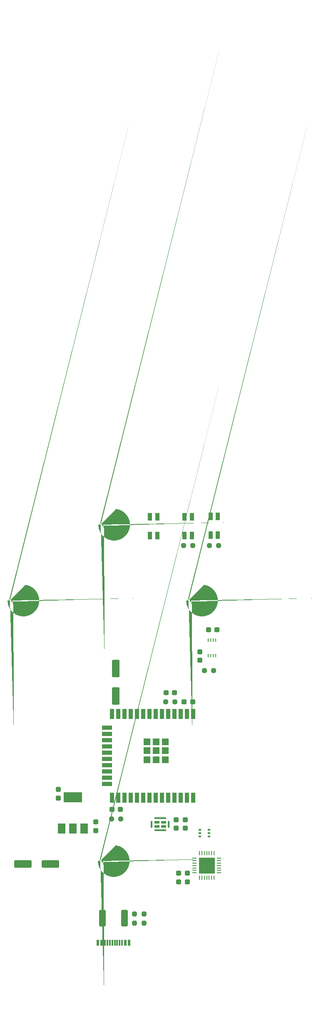
<source format=gbr>
%TF.GenerationSoftware,KiCad,Pcbnew,(6.0.4-0)*%
%TF.CreationDate,2022-06-27T19:51:18+02:00*%
%TF.ProjectId,GlowTowerPCB,476c6f77-546f-4776-9572-5043422e6b69,rev?*%
%TF.SameCoordinates,Original*%
%TF.FileFunction,Paste,Top*%
%TF.FilePolarity,Positive*%
%FSLAX46Y46*%
G04 Gerber Fmt 4.6, Leading zero omitted, Abs format (unit mm)*
G04 Created by KiCad (PCBNEW (6.0.4-0)) date 2022-06-27 19:51:18*
%MOMM*%
%LPD*%
G01*
G04 APERTURE LIST*
G04 Aperture macros list*
%AMRoundRect*
0 Rectangle with rounded corners*
0 $1 Rounding radius*
0 $2 $3 $4 $5 $6 $7 $8 $9 X,Y pos of 4 corners*
0 Add a 4 corners polygon primitive as box body*
4,1,4,$2,$3,$4,$5,$6,$7,$8,$9,$2,$3,0*
0 Add four circle primitives for the rounded corners*
1,1,$1+$1,$2,$3*
1,1,$1+$1,$4,$5*
1,1,$1+$1,$6,$7*
1,1,$1+$1,$8,$9*
0 Add four rect primitives between the rounded corners*
20,1,$1+$1,$2,$3,$4,$5,0*
20,1,$1+$1,$4,$5,$6,$7,0*
20,1,$1+$1,$6,$7,$8,$9,0*
20,1,$1+$1,$8,$9,$2,$3,0*%
%AMFreePoly0*
4,1,112,3.105582,3.191654,3.458980,3.129341,3.803230,3.028022,4.134041,2.888962,4.447289,2.713894,4.739071,2.504999,5.005748,2.264881,5.243998,1.996534,5.450851,1.703301,5.623729,1.388838,5.760476,1.057065,5.859388,0.712116,5.919233,0.358291,5.939265,0.000000,5.938012,-0.089748,5.907984,-0.447339,5.838283,-0.799355,5.729777,-1.141408,5.583820,-1.469234,5.402230,-1.778747,
5.187270,-2.066090,4.941620,-2.327680,4.668342,-2.560258,4.370841,-2.760925,4.052827,-2.927179,3.718263,-3.056948,3.371318,-3.148614,3.016317,-3.201036,2.657686,-3.213560,2.299893,-3.186029,1.947399,-3.118788,1.604597,-3.012673,1.275760,-2.869007,0.964987,-2.689582,0.676150,-2.476634,0.412851,-2.232816,0.178371,-1.961168,-0.024367,-1.665076,-0.192837,-1.348230,-0.324939,-1.014580,
-0.419026,-0.668283,-0.473925,-0.313657,-0.481420,-0.134825,-0.481581,-0.134460,-0.499164,0.000000,0.505984,0.000000,0.524968,-0.289640,0.581595,-0.574324,0.674897,-0.849181,0.803276,-1.109508,0.964536,-1.350851,1.155919,-1.569081,1.374149,-1.760464,1.615492,-1.921724,1.875819,-2.050103,2.150676,-2.143405,2.435360,-2.200032,2.725000,-2.219016,3.014640,-2.200032,3.299324,-2.143405,
3.574181,-2.050103,3.834508,-1.921724,4.075851,-1.760464,4.294081,-1.569081,4.485464,-1.350851,4.646724,-1.109508,4.775103,-0.849181,4.868405,-0.574324,4.925032,-0.289640,4.944016,0.000000,4.925032,0.289640,4.868405,0.574324,4.775103,0.849181,4.646724,1.109508,4.485464,1.350851,4.294081,1.569081,4.075851,1.760464,3.834508,1.921724,3.574181,2.050103,3.299324,2.143405,
3.014640,2.200032,2.725000,2.219016,2.435360,2.200032,2.150676,2.143405,1.875819,2.050103,1.615492,1.921724,1.374149,1.760464,1.155919,1.569081,0.964536,1.350851,0.803276,1.109508,0.674897,0.849181,0.581595,0.574324,0.524968,0.289640,0.505984,0.000000,-0.499164,0.000000,-0.499963,0.006109,-0.484897,0.102868,-0.463920,0.402854,-0.399140,0.755809,-0.295421,1.099343,
-0.154055,1.429175,0.023196,1.741194,0.234123,2.031510,0.476097,2.296505,0.746101,2.532875,1.040770,2.737676,1.356433,2.908354,1.689153,3.042782,2.034784,3.139284,2.389018,3.196657,2.747440,3.214187,3.105582,3.191654,3.105582,3.191654,$1*%
G04 Aperture macros list end*
%ADD10R,1.050013X0.550013*%
%ADD11R,0.450013X1.400000*%
%ADD12R,2.400000X0.450013*%
%ADD13RoundRect,0.237500X0.250000X0.237500X-0.250000X0.237500X-0.250000X-0.237500X0.250000X-0.237500X0*%
%ADD14RoundRect,0.237500X-0.237500X0.250000X-0.237500X-0.250000X0.237500X-0.250000X0.237500X0.250000X0*%
%ADD15RoundRect,0.250000X0.400000X1.450000X-0.400000X1.450000X-0.400000X-1.450000X0.400000X-1.450000X0*%
%ADD16RoundRect,0.237500X-0.300000X-0.237500X0.300000X-0.237500X0.300000X0.237500X-0.300000X0.237500X0*%
%ADD17FreePoly0,0.000000*%
%ADD18RoundRect,0.237500X-0.250000X-0.237500X0.250000X-0.237500X0.250000X0.237500X-0.250000X0.237500X0*%
%ADD19R,0.900000X1.500000*%
%ADD20RoundRect,0.237500X0.237500X-0.300000X0.237500X0.300000X-0.237500X0.300000X-0.237500X-0.300000X0*%
%ADD21RoundRect,0.237500X-0.237500X0.300000X-0.237500X-0.300000X0.237500X-0.300000X0.237500X0.300000X0*%
%ADD22RoundRect,0.237500X0.300000X0.237500X-0.300000X0.237500X-0.300000X-0.237500X0.300000X-0.237500X0*%
%ADD23R,0.600000X1.300000*%
%ADD24R,0.300000X1.300000*%
%ADD25O,0.250013X0.750013*%
%ADD26R,0.900000X2.000000*%
%ADD27R,2.000000X0.900000*%
%ADD28R,1.330000X1.330000*%
%ADD29R,0.900000X0.280010*%
%ADD30R,0.280010X0.900000*%
%ADD31R,3.300000X3.300000*%
%ADD32RoundRect,0.250000X-1.500000X-0.550000X1.500000X-0.550000X1.500000X0.550000X-1.500000X0.550000X0*%
%ADD33RoundRect,0.250000X-0.550000X1.500000X-0.550000X-1.500000X0.550000X-1.500000X0.550000X1.500000X0*%
%ADD34R,0.600000X0.419990*%
%ADD35R,1.500000X2.000000*%
%ADD36R,3.800000X2.000000*%
G04 APERTURE END LIST*
D10*
%TO.C,U10*%
X84185083Y-105025545D03*
X82834816Y-105025545D03*
X82834816Y-105875431D03*
X84185083Y-105875431D03*
D11*
X85234867Y-105450488D03*
D12*
X83509949Y-104225443D03*
D11*
X81785032Y-105450488D03*
D12*
X83509949Y-106675532D03*
%TD*%
D13*
%TO.C,R2*%
X94342500Y-74270000D03*
X92517500Y-74270000D03*
%TD*%
D14*
%TO.C,R4*%
X78310000Y-123717500D03*
X78310000Y-125542500D03*
%TD*%
D13*
%TO.C,R5*%
X95382500Y-48870000D03*
X93557500Y-48870000D03*
%TD*%
D15*
%TO.C,F1*%
X76245000Y-124520000D03*
X71795000Y-124520000D03*
%TD*%
D16*
%TO.C,C13*%
X93357500Y-65940000D03*
X95082500Y-65940000D03*
%TD*%
D17*
%TO.C,U14*%
X89302200Y-60000000D03*
%TD*%
D18*
%TO.C,R6*%
X84637500Y-80610000D03*
X86462500Y-80610000D03*
%TD*%
D16*
%TO.C,C11*%
X73717500Y-102420000D03*
X75442500Y-102420000D03*
%TD*%
D19*
%TO.C,SW2*%
X93752436Y-46719924D03*
X93752436Y-42920076D03*
X95252564Y-42920076D03*
X95252564Y-46719924D03*
%TD*%
%TO.C,SW3*%
X82937564Y-42980076D03*
X82937564Y-46779924D03*
X81437436Y-42980076D03*
X81437436Y-46779924D03*
%TD*%
D20*
%TO.C,C6*%
X86770000Y-106252500D03*
X86770000Y-104527500D03*
%TD*%
D21*
%TO.C,C1*%
X91550000Y-70387500D03*
X91550000Y-72112500D03*
%TD*%
D17*
%TO.C,U12*%
X52992230Y-60000000D03*
%TD*%
D19*
%TO.C,SW1*%
X89947564Y-42980076D03*
X89947564Y-46779924D03*
X88447436Y-42980076D03*
X88447436Y-46779924D03*
%TD*%
D22*
%TO.C,C7*%
X88995000Y-115390000D03*
X87270000Y-115390000D03*
%TD*%
%TO.C,C5*%
X90122500Y-80610000D03*
X88397500Y-80610000D03*
%TD*%
D23*
%TO.C,USB1*%
X70820102Y-129489964D03*
X71619949Y-129489964D03*
D24*
X72770064Y-129489964D03*
X73770064Y-129489964D03*
X74269936Y-129489964D03*
X75269936Y-129489964D03*
D23*
X77219898Y-129489964D03*
X76420051Y-129489964D03*
D24*
X75770064Y-129489964D03*
X74770064Y-129489964D03*
X73269936Y-129489964D03*
X72269936Y-129489964D03*
%TD*%
D25*
%TO.C,U1*%
X93308039Y-71179911D03*
X93808166Y-71179911D03*
X94308039Y-71179911D03*
X94808166Y-71179911D03*
X94808166Y-68080089D03*
X94308039Y-68080089D03*
X93808166Y-68080089D03*
X93308039Y-68080089D03*
%TD*%
D18*
%TO.C,R7*%
X73667500Y-104340000D03*
X75492500Y-104340000D03*
%TD*%
D21*
%TO.C,C10*%
X62750000Y-98407500D03*
X62750000Y-100132500D03*
%TD*%
D26*
%TO.C,U2*%
X90183300Y-83025100D03*
X88913300Y-83025100D03*
X87643300Y-83025100D03*
X86373300Y-83025100D03*
X85103300Y-83025100D03*
X83833300Y-83025100D03*
X82563300Y-83025100D03*
X81293300Y-83025100D03*
X80023300Y-83025100D03*
X78753300Y-83025100D03*
X77483300Y-83025100D03*
X76213300Y-83025100D03*
X74943300Y-83025100D03*
X73673300Y-83025100D03*
D27*
X72673300Y-85810100D03*
X72673300Y-87080100D03*
X72673300Y-88350100D03*
X72673300Y-89620100D03*
X72673300Y-90890100D03*
X72673300Y-92160100D03*
X72673300Y-93430100D03*
X72673300Y-94700100D03*
X72673300Y-95970100D03*
X72673300Y-97240100D03*
D26*
X73673300Y-100025100D03*
X74943300Y-100025100D03*
X76213300Y-100025100D03*
X77483300Y-100025100D03*
X78753300Y-100025100D03*
X80023300Y-100025100D03*
X81293300Y-100025100D03*
X82563300Y-100025100D03*
X83833300Y-100025100D03*
X85103300Y-100025100D03*
X86373300Y-100025100D03*
X87643300Y-100025100D03*
X88913300Y-100025100D03*
X90183300Y-100025100D03*
D28*
X84518300Y-90525100D03*
X80848300Y-90525100D03*
X80848300Y-88690100D03*
X82683300Y-92360100D03*
X82683300Y-90525100D03*
X84518300Y-88690100D03*
X82683300Y-88690100D03*
X84518300Y-92360100D03*
X80848300Y-92360100D03*
%TD*%
D18*
%TO.C,R1*%
X88317500Y-48870000D03*
X90142500Y-48870000D03*
%TD*%
D29*
%TO.C,U3*%
X90480352Y-112325933D03*
X90480352Y-112826314D03*
X90480352Y-113326695D03*
X90480352Y-113827076D03*
X90480352Y-114327457D03*
X90480352Y-114827838D03*
X90480352Y-115328219D03*
D30*
X91479082Y-116327203D03*
X91979463Y-116327203D03*
X92479844Y-116327203D03*
X92980225Y-116327203D03*
X93480606Y-116327203D03*
X93980987Y-116327203D03*
X94481368Y-116327203D03*
D29*
X95480352Y-115328219D03*
X95480352Y-114827838D03*
X95480352Y-114327457D03*
X95480352Y-113827076D03*
X95480352Y-113326695D03*
X95480352Y-112826314D03*
X95480352Y-112325933D03*
D30*
X94481368Y-111327203D03*
X93980987Y-111327203D03*
X93480606Y-111327203D03*
X92980225Y-111327203D03*
X92479844Y-111327203D03*
X91979463Y-111327203D03*
X91479082Y-111327203D03*
D31*
X92980225Y-113827076D03*
%TD*%
D14*
%TO.C,R3*%
X80210000Y-123717500D03*
X80210000Y-125542500D03*
%TD*%
D32*
%TO.C,C2*%
X55580000Y-113540000D03*
X61180000Y-113540000D03*
%TD*%
D17*
%TO.C,U13*%
X71402200Y-44580000D03*
%TD*%
D33*
%TO.C,C3*%
X74440000Y-73780000D03*
X74440000Y-79380000D03*
%TD*%
D21*
%TO.C,C9*%
X70400000Y-104987500D03*
X70400000Y-106712500D03*
%TD*%
D34*
%TO.C,U9*%
X91560038Y-106620013D03*
X91560038Y-107270000D03*
X91560038Y-107919987D03*
X93459962Y-107919987D03*
X93459962Y-107270000D03*
X93459962Y-106620013D03*
%TD*%
D35*
%TO.C,U4*%
X63470000Y-106292500D03*
X65770000Y-106292500D03*
X68070000Y-106292500D03*
D36*
X65770000Y-99992500D03*
%TD*%
D16*
%TO.C,C8*%
X84687500Y-78750000D03*
X86412500Y-78750000D03*
%TD*%
D17*
%TO.C,U11*%
X71362200Y-112900000D03*
%TD*%
D16*
%TO.C,C4*%
X87277500Y-117150000D03*
X89002500Y-117150000D03*
%TD*%
D20*
%TO.C,C12*%
X88580000Y-106252500D03*
X88580000Y-104527500D03*
%TD*%
M02*

</source>
